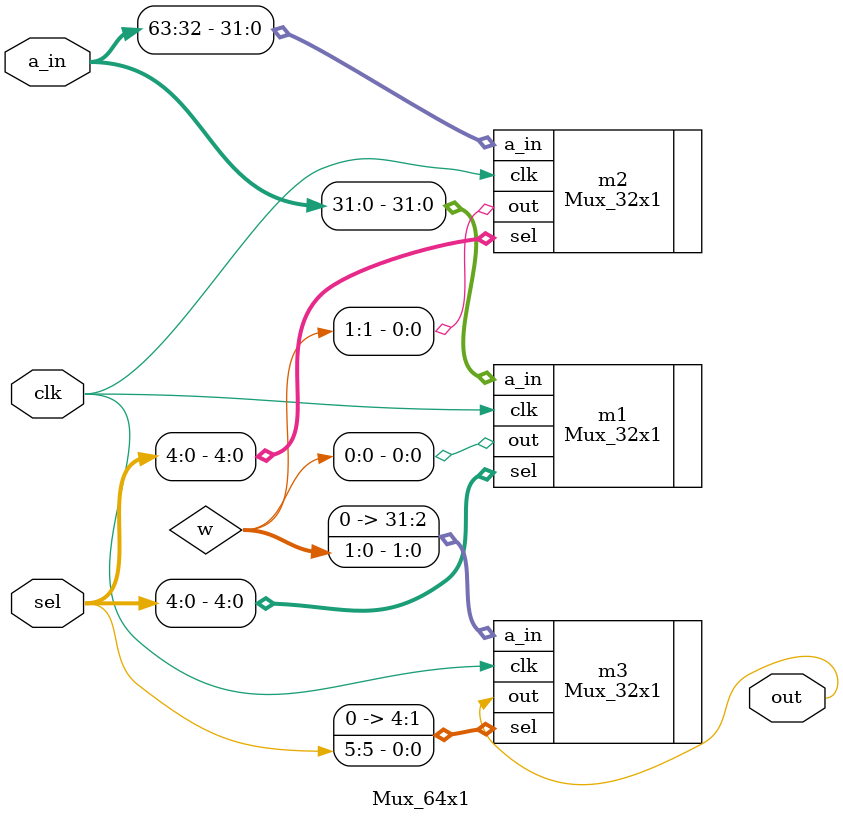
<source format=v>



module Mux_64x1 (
			input clk,	
			input [63:0] a_in,
			input [5:0] sel,
			output out
		);

	wire [1:0] w;
	
	Mux_32x1 m1(.clk(clk), .sel(sel[4:0]), .a_in(a_in[31:0]), .out(w[0]));
	Mux_32x1 m2(.clk(clk), .sel(sel[4:0]), .a_in(a_in[63:32]), .out(w[1]));
	Mux_32x1 m3(.clk(clk), .sel({4'b00, sel[5]}), .a_in({30'b0, w}), .out(out));
	

endmodule
</source>
